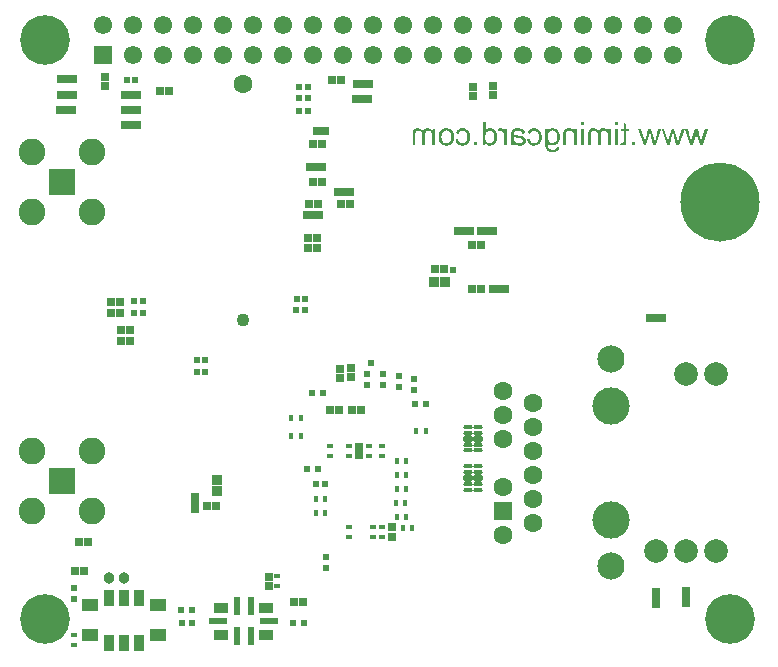
<source format=gbr>
G04*
G04 #@! TF.GenerationSoftware,Altium Limited,Altium Designer,24.1.2 (44)*
G04*
G04 Layer_Color=16711935*
%FSLAX25Y25*%
%MOIN*%
G70*
G04*
G04 #@! TF.SameCoordinates,59DD8EBB-DCD7-4209-94D2-A0ED0100978B*
G04*
G04*
G04 #@! TF.FilePolarity,Negative*
G04*
G01*
G75*
%ADD29R,0.02237X0.02254*%
%ADD30R,0.01575X0.01968*%
%ADD31R,0.02288X0.02016*%
%ADD64R,0.02769X0.02965*%
%ADD65R,0.02965X0.02769*%
%ADD67R,0.02926X0.03084*%
%ADD71R,0.06312X0.06312*%
%ADD79R,0.06102X0.06102*%
%ADD80C,0.06102*%
%ADD81C,0.06312*%
%ADD82C,0.09068*%
%ADD83C,0.07887*%
%ADD84C,0.12414*%
%ADD85C,0.08871*%
%ADD86R,0.08871X0.08871*%
%ADD87C,0.16548*%
%ADD88C,0.26391*%
%ADD89C,0.06299*%
%ADD90C,0.04331*%
%ADD91C,0.02400*%
%ADD113R,0.02200X0.05900*%
%ADD114R,0.05900X0.02200*%
%ADD115R,0.04700X0.03500*%
%ADD116R,0.01968X0.01575*%
%ADD117R,0.02254X0.02237*%
%ADD127R,0.01843X0.01860*%
%ADD132C,0.03800*%
%ADD133R,0.05721X0.04147*%
%ADD134R,0.03359X0.05721*%
%ADD135R,0.03556X0.03359*%
%ADD136R,0.02572X0.02572*%
%ADD137R,0.03162X0.03359*%
%ADD138R,0.03359X0.03162*%
%ADD139R,0.03359X0.03556*%
G04:AMPARAMS|DCode=140|XSize=15.87mil|YSize=30.24mil|CornerRadius=5.97mil|HoleSize=0mil|Usage=FLASHONLY|Rotation=90.000|XOffset=0mil|YOffset=0mil|HoleType=Round|Shape=RoundedRectangle|*
%AMROUNDEDRECTD140*
21,1,0.01587,0.01831,0,0,90.0*
21,1,0.00394,0.03024,0,0,90.0*
1,1,0.01194,0.00915,0.00197*
1,1,0.01194,0.00915,-0.00197*
1,1,0.01194,-0.00915,-0.00197*
1,1,0.01194,-0.00915,0.00197*
%
%ADD140ROUNDEDRECTD140*%
G04:AMPARAMS|DCode=141|XSize=23.75mil|YSize=30.24mil|CornerRadius=5.97mil|HoleSize=0mil|Usage=FLASHONLY|Rotation=90.000|XOffset=0mil|YOffset=0mil|HoleType=Round|Shape=RoundedRectangle|*
%AMROUNDEDRECTD141*
21,1,0.02375,0.01831,0,0,90.0*
21,1,0.01181,0.03024,0,0,90.0*
1,1,0.01194,0.00915,0.00591*
1,1,0.01194,0.00915,-0.00591*
1,1,0.01194,-0.00915,-0.00591*
1,1,0.01194,-0.00915,0.00591*
%
%ADD141ROUNDEDRECTD141*%
%ADD142R,0.02965X0.02965*%
G36*
X176684Y-218633D02*
X175740D01*
Y-217555D01*
X176684D01*
Y-218633D01*
D02*
G37*
G36*
X165341D02*
X164396D01*
Y-217555D01*
X165341D01*
Y-218633D01*
D02*
G37*
G36*
X155197Y-219555D02*
X155442Y-219600D01*
X155664Y-219666D01*
X155853Y-219733D01*
X156008Y-219800D01*
X156119Y-219866D01*
X156164Y-219889D01*
X156197Y-219911D01*
X156208Y-219922D01*
X156219D01*
X156408Y-220066D01*
X156575Y-220244D01*
X156719Y-220411D01*
X156842Y-220577D01*
X156930Y-220733D01*
X156997Y-220855D01*
X157019Y-220900D01*
X157042Y-220933D01*
X157053Y-220955D01*
Y-220966D01*
X157153Y-221222D01*
X157219Y-221477D01*
X157275Y-221722D01*
X157308Y-221944D01*
X157330Y-222144D01*
Y-222222D01*
X157342Y-222299D01*
Y-222355D01*
Y-222399D01*
Y-222422D01*
Y-222433D01*
X157330Y-222644D01*
X157319Y-222855D01*
X157241Y-223233D01*
X157197Y-223410D01*
X157141Y-223566D01*
X157086Y-223722D01*
X157030Y-223855D01*
X156975Y-223988D01*
X156919Y-224099D01*
X156864Y-224188D01*
X156819Y-224277D01*
X156775Y-224333D01*
X156742Y-224388D01*
X156730Y-224410D01*
X156719Y-224421D01*
X156597Y-224566D01*
X156464Y-224688D01*
X156319Y-224799D01*
X156175Y-224899D01*
X156019Y-224977D01*
X155875Y-225044D01*
X155731Y-225099D01*
X155586Y-225144D01*
X155453Y-225177D01*
X155331Y-225199D01*
X155219Y-225221D01*
X155120Y-225233D01*
X155042D01*
X154986Y-225244D01*
X154931D01*
X154764Y-225233D01*
X154597Y-225210D01*
X154442Y-225177D01*
X154297Y-225132D01*
X154042Y-225010D01*
X153808Y-224877D01*
X153720Y-224810D01*
X153631Y-224744D01*
X153553Y-224677D01*
X153498Y-224621D01*
X153453Y-224577D01*
X153420Y-224544D01*
X153398Y-224521D01*
X153386Y-224510D01*
Y-224677D01*
Y-224821D01*
X153398Y-224966D01*
Y-225088D01*
Y-225199D01*
X153409Y-225299D01*
Y-225388D01*
X153420Y-225466D01*
X153431Y-225577D01*
X153442Y-225666D01*
X153453Y-225710D01*
Y-225721D01*
X153509Y-225888D01*
X153586Y-226032D01*
X153664Y-226155D01*
X153742Y-226266D01*
X153820Y-226343D01*
X153886Y-226410D01*
X153931Y-226444D01*
X153942Y-226455D01*
X154086Y-226543D01*
X154253Y-226610D01*
X154420Y-226655D01*
X154575Y-226688D01*
X154731Y-226710D01*
X154842Y-226721D01*
X154953D01*
X155164Y-226710D01*
X155364Y-226677D01*
X155531Y-226632D01*
X155664Y-226577D01*
X155775Y-226532D01*
X155853Y-226488D01*
X155897Y-226455D01*
X155919Y-226444D01*
X156008Y-226366D01*
X156075Y-226266D01*
X156131Y-226166D01*
X156175Y-226066D01*
X156197Y-225966D01*
X156219Y-225888D01*
X156230Y-225844D01*
Y-225821D01*
X157153Y-225699D01*
Y-225866D01*
X157130Y-226010D01*
X157108Y-226155D01*
X157075Y-226288D01*
X156975Y-226521D01*
X156864Y-226710D01*
X156753Y-226854D01*
X156664Y-226955D01*
X156586Y-227021D01*
X156575Y-227032D01*
X156564Y-227043D01*
X156319Y-227199D01*
X156053Y-227310D01*
X155786Y-227388D01*
X155531Y-227443D01*
X155408Y-227466D01*
X155297Y-227477D01*
X155208Y-227488D01*
X155120D01*
X155053Y-227499D01*
X154953D01*
X154653Y-227488D01*
X154375Y-227443D01*
X154131Y-227399D01*
X153931Y-227332D01*
X153764Y-227277D01*
X153697Y-227255D01*
X153642Y-227221D01*
X153597Y-227210D01*
X153564Y-227188D01*
X153553Y-227177D01*
X153542D01*
X153342Y-227055D01*
X153164Y-226910D01*
X153020Y-226766D01*
X152898Y-226632D01*
X152809Y-226510D01*
X152753Y-226410D01*
X152709Y-226343D01*
X152698Y-226332D01*
Y-226321D01*
X152653Y-226210D01*
X152609Y-226088D01*
X152575Y-225955D01*
X152542Y-225810D01*
X152498Y-225499D01*
X152464Y-225199D01*
X152453Y-225055D01*
X152442Y-224921D01*
Y-224799D01*
X152431Y-224699D01*
Y-224610D01*
Y-224544D01*
Y-224499D01*
Y-224488D01*
Y-219666D01*
X153297D01*
Y-220355D01*
X153420Y-220211D01*
X153553Y-220089D01*
X153686Y-219977D01*
X153820Y-219889D01*
X153964Y-219811D01*
X154097Y-219744D01*
X154231Y-219689D01*
X154353Y-219644D01*
X154475Y-219611D01*
X154586Y-219589D01*
X154686Y-219566D01*
X154764Y-219555D01*
X154831Y-219544D01*
X154931D01*
X155197Y-219555D01*
D02*
G37*
G36*
X171973D02*
X172162Y-219589D01*
X172329Y-219622D01*
X172473Y-219666D01*
X172596Y-219722D01*
X172684Y-219755D01*
X172740Y-219789D01*
X172762Y-219800D01*
X172918Y-219900D01*
X173051Y-220011D01*
X173173Y-220122D01*
X173273Y-220233D01*
X173351Y-220322D01*
X173418Y-220400D01*
X173451Y-220444D01*
X173462Y-220466D01*
Y-219666D01*
X174306D01*
Y-225244D01*
X173362D01*
Y-222355D01*
X173351Y-222088D01*
X173340Y-221855D01*
X173318Y-221655D01*
X173284Y-221488D01*
X173251Y-221366D01*
X173229Y-221277D01*
X173218Y-221222D01*
X173207Y-221199D01*
X173140Y-221055D01*
X173062Y-220933D01*
X172984Y-220822D01*
X172907Y-220733D01*
X172829Y-220666D01*
X172773Y-220622D01*
X172729Y-220588D01*
X172718Y-220577D01*
X172584Y-220511D01*
X172462Y-220455D01*
X172329Y-220422D01*
X172218Y-220389D01*
X172129Y-220377D01*
X172051Y-220366D01*
X171985D01*
X171796Y-220377D01*
X171640Y-220411D01*
X171507Y-220466D01*
X171407Y-220522D01*
X171329Y-220588D01*
X171274Y-220633D01*
X171240Y-220677D01*
X171229Y-220689D01*
X171151Y-220822D01*
X171096Y-220966D01*
X171051Y-221122D01*
X171029Y-221277D01*
X171007Y-221411D01*
X170996Y-221533D01*
Y-221577D01*
Y-221600D01*
Y-221622D01*
Y-221633D01*
Y-225244D01*
X170051D01*
Y-222011D01*
X170029Y-221711D01*
X169985Y-221455D01*
X169929Y-221244D01*
X169851Y-221066D01*
X169785Y-220933D01*
X169718Y-220844D01*
X169674Y-220789D01*
X169662Y-220766D01*
X169507Y-220633D01*
X169340Y-220533D01*
X169174Y-220466D01*
X169018Y-220411D01*
X168885Y-220389D01*
X168774Y-220377D01*
X168729Y-220366D01*
X168674D01*
X168552Y-220377D01*
X168451Y-220389D01*
X168351Y-220411D01*
X168274Y-220444D01*
X168196Y-220477D01*
X168151Y-220500D01*
X168118Y-220511D01*
X168107Y-220522D01*
X168018Y-220588D01*
X167952Y-220655D01*
X167896Y-220722D01*
X167852Y-220789D01*
X167818Y-220844D01*
X167796Y-220888D01*
X167774Y-220922D01*
Y-220933D01*
X167740Y-221033D01*
X167718Y-221166D01*
X167707Y-221300D01*
X167696Y-221433D01*
X167685Y-221555D01*
Y-221655D01*
Y-221722D01*
Y-221733D01*
Y-221744D01*
Y-225244D01*
X166741D01*
Y-221422D01*
Y-221244D01*
X166763Y-221088D01*
X166785Y-220933D01*
X166807Y-220800D01*
X166841Y-220666D01*
X166885Y-220555D01*
X166918Y-220455D01*
X166963Y-220355D01*
X167007Y-220277D01*
X167041Y-220200D01*
X167118Y-220100D01*
X167163Y-220033D01*
X167185Y-220011D01*
X167363Y-219855D01*
X167574Y-219744D01*
X167785Y-219655D01*
X167985Y-219600D01*
X168174Y-219566D01*
X168252Y-219555D01*
X168329D01*
X168385Y-219544D01*
X168463D01*
X168663Y-219555D01*
X168840Y-219589D01*
X169018Y-219633D01*
X169185Y-219700D01*
X169340Y-219777D01*
X169485Y-219855D01*
X169607Y-219944D01*
X169729Y-220033D01*
X169840Y-220133D01*
X169929Y-220222D01*
X170007Y-220300D01*
X170074Y-220377D01*
X170129Y-220444D01*
X170162Y-220489D01*
X170185Y-220522D01*
X170196Y-220533D01*
X170262Y-220366D01*
X170351Y-220222D01*
X170451Y-220100D01*
X170540Y-220000D01*
X170629Y-219911D01*
X170696Y-219855D01*
X170740Y-219822D01*
X170762Y-219811D01*
X170918Y-219722D01*
X171085Y-219655D01*
X171251Y-219611D01*
X171418Y-219578D01*
X171551Y-219555D01*
X171673Y-219544D01*
X171773D01*
X171973Y-219555D01*
D02*
G37*
G36*
X113424Y-219555D02*
X113613Y-219589D01*
X113779Y-219622D01*
X113924Y-219666D01*
X114046Y-219722D01*
X114135Y-219755D01*
X114190Y-219789D01*
X114213Y-219800D01*
X114368Y-219900D01*
X114501Y-220011D01*
X114624Y-220122D01*
X114724Y-220233D01*
X114801Y-220322D01*
X114868Y-220400D01*
X114901Y-220444D01*
X114912Y-220466D01*
Y-219666D01*
X115757D01*
Y-225244D01*
X114812D01*
Y-222355D01*
X114801Y-222088D01*
X114790Y-221855D01*
X114768Y-221655D01*
X114735Y-221488D01*
X114701Y-221366D01*
X114679Y-221277D01*
X114668Y-221222D01*
X114657Y-221199D01*
X114590Y-221055D01*
X114513Y-220933D01*
X114435Y-220822D01*
X114357Y-220733D01*
X114279Y-220666D01*
X114224Y-220622D01*
X114179Y-220588D01*
X114168Y-220577D01*
X114035Y-220511D01*
X113912Y-220455D01*
X113779Y-220422D01*
X113668Y-220389D01*
X113579Y-220377D01*
X113502Y-220366D01*
X113435D01*
X113246Y-220377D01*
X113090Y-220411D01*
X112957Y-220466D01*
X112857Y-220522D01*
X112779Y-220588D01*
X112724Y-220633D01*
X112690Y-220677D01*
X112679Y-220689D01*
X112601Y-220822D01*
X112546Y-220966D01*
X112502Y-221122D01*
X112479Y-221277D01*
X112457Y-221411D01*
X112446Y-221533D01*
Y-221577D01*
Y-221600D01*
Y-221622D01*
Y-221633D01*
Y-225244D01*
X111502D01*
Y-222011D01*
X111479Y-221711D01*
X111435Y-221455D01*
X111379Y-221244D01*
X111302Y-221066D01*
X111235Y-220933D01*
X111168Y-220844D01*
X111124Y-220789D01*
X111113Y-220766D01*
X110957Y-220633D01*
X110791Y-220533D01*
X110624Y-220466D01*
X110468Y-220411D01*
X110335Y-220389D01*
X110224Y-220377D01*
X110180Y-220366D01*
X110124D01*
X110002Y-220377D01*
X109902Y-220389D01*
X109802Y-220411D01*
X109724Y-220444D01*
X109646Y-220477D01*
X109602Y-220500D01*
X109569Y-220511D01*
X109557Y-220522D01*
X109468Y-220588D01*
X109402Y-220655D01*
X109346Y-220722D01*
X109302Y-220789D01*
X109269Y-220844D01*
X109246Y-220888D01*
X109224Y-220922D01*
Y-220933D01*
X109191Y-221033D01*
X109169Y-221166D01*
X109157Y-221300D01*
X109146Y-221433D01*
X109135Y-221555D01*
Y-221655D01*
Y-221722D01*
Y-221733D01*
Y-221744D01*
Y-225244D01*
X108191D01*
Y-221422D01*
Y-221244D01*
X108213Y-221089D01*
X108235Y-220933D01*
X108257Y-220800D01*
X108291Y-220666D01*
X108335Y-220555D01*
X108369Y-220455D01*
X108413Y-220355D01*
X108458Y-220277D01*
X108491Y-220200D01*
X108569Y-220100D01*
X108613Y-220033D01*
X108635Y-220011D01*
X108813Y-219855D01*
X109024Y-219744D01*
X109235Y-219655D01*
X109435Y-219600D01*
X109624Y-219566D01*
X109702Y-219555D01*
X109780D01*
X109835Y-219544D01*
X109913D01*
X110113Y-219555D01*
X110291Y-219589D01*
X110468Y-219633D01*
X110635Y-219700D01*
X110791Y-219777D01*
X110935Y-219855D01*
X111057Y-219944D01*
X111179Y-220033D01*
X111291Y-220133D01*
X111379Y-220222D01*
X111457Y-220300D01*
X111524Y-220377D01*
X111579Y-220444D01*
X111613Y-220489D01*
X111635Y-220522D01*
X111646Y-220533D01*
X111713Y-220366D01*
X111802Y-220222D01*
X111902Y-220100D01*
X111990Y-220000D01*
X112079Y-219911D01*
X112146Y-219855D01*
X112190Y-219822D01*
X112213Y-219811D01*
X112368Y-219722D01*
X112535Y-219655D01*
X112701Y-219611D01*
X112868Y-219578D01*
X113002Y-219555D01*
X113124Y-219544D01*
X113224D01*
X113424Y-219555D01*
D02*
G37*
G36*
X143532Y-219555D02*
X143765Y-219578D01*
X143987Y-219611D01*
X144165Y-219644D01*
X144321Y-219677D01*
X144432Y-219711D01*
X144476Y-219722D01*
X144509Y-219733D01*
X144521Y-219744D01*
X144532D01*
X144721Y-219822D01*
X144887Y-219922D01*
X145032Y-220011D01*
X145154Y-220100D01*
X145243Y-220188D01*
X145309Y-220255D01*
X145354Y-220300D01*
X145365Y-220311D01*
X145465Y-220455D01*
X145554Y-220611D01*
X145621Y-220766D01*
X145676Y-220911D01*
X145721Y-221055D01*
X145754Y-221155D01*
X145765Y-221199D01*
Y-221233D01*
X145776Y-221244D01*
Y-221255D01*
X144854Y-221377D01*
X144787Y-221177D01*
X144721Y-221000D01*
X144643Y-220855D01*
X144576Y-220744D01*
X144509Y-220655D01*
X144454Y-220600D01*
X144410Y-220566D01*
X144398Y-220555D01*
X144265Y-220477D01*
X144109Y-220422D01*
X143943Y-220377D01*
X143787Y-220355D01*
X143632Y-220333D01*
X143521Y-220322D01*
X143410D01*
X143154Y-220333D01*
X142932Y-220366D01*
X142754Y-220422D01*
X142599Y-220477D01*
X142487Y-220544D01*
X142399Y-220588D01*
X142343Y-220633D01*
X142332Y-220644D01*
X142243Y-220744D01*
X142176Y-220866D01*
X142121Y-221000D01*
X142087Y-221133D01*
X142065Y-221255D01*
X142054Y-221366D01*
Y-221433D01*
Y-221444D01*
Y-221455D01*
Y-221477D01*
Y-221522D01*
Y-221600D01*
X142065Y-221666D01*
Y-221688D01*
Y-221700D01*
X142176Y-221733D01*
X142299Y-221766D01*
X142554Y-221833D01*
X142843Y-221888D01*
X143110Y-221944D01*
X143243Y-221966D01*
X143365Y-221977D01*
X143476Y-222000D01*
X143565Y-222011D01*
X143643Y-222022D01*
X143698D01*
X143743Y-222033D01*
X143754D01*
X143954Y-222055D01*
X144121Y-222088D01*
X144265Y-222111D01*
X144376Y-222133D01*
X144465Y-222144D01*
X144532Y-222166D01*
X144576Y-222177D01*
X144587D01*
X144732Y-222222D01*
X144854Y-222266D01*
X144976Y-222322D01*
X145076Y-222366D01*
X145165Y-222410D01*
X145220Y-222455D01*
X145265Y-222477D01*
X145276Y-222488D01*
X145387Y-222566D01*
X145476Y-222655D01*
X145565Y-222744D01*
X145632Y-222833D01*
X145687Y-222910D01*
X145732Y-222977D01*
X145754Y-223022D01*
X145765Y-223033D01*
X145820Y-223155D01*
X145865Y-223288D01*
X145898Y-223410D01*
X145920Y-223533D01*
X145931Y-223633D01*
X145943Y-223710D01*
Y-223755D01*
Y-223777D01*
X145931Y-223910D01*
X145920Y-224022D01*
X145865Y-224255D01*
X145787Y-224444D01*
X145698Y-224610D01*
X145609Y-224744D01*
X145532Y-224844D01*
X145476Y-224899D01*
X145454Y-224921D01*
X145254Y-225066D01*
X145032Y-225177D01*
X144787Y-225255D01*
X144565Y-225310D01*
X144365Y-225344D01*
X144276Y-225355D01*
X144198D01*
X144132Y-225366D01*
X144043D01*
X143843Y-225355D01*
X143643Y-225332D01*
X143465Y-225310D01*
X143310Y-225277D01*
X143187Y-225244D01*
X143087Y-225210D01*
X143021Y-225199D01*
X142999Y-225188D01*
X142810Y-225110D01*
X142632Y-225010D01*
X142465Y-224899D01*
X142299Y-224799D01*
X142165Y-224699D01*
X142065Y-224621D01*
X141999Y-224566D01*
X141988Y-224544D01*
X141976D01*
X141954Y-224688D01*
X141932Y-224821D01*
X141910Y-224944D01*
X141876Y-225044D01*
X141843Y-225132D01*
X141821Y-225188D01*
X141810Y-225233D01*
X141799Y-225244D01*
X140810D01*
X140865Y-225121D01*
X140921Y-224999D01*
X140965Y-224888D01*
X140988Y-224788D01*
X141021Y-224699D01*
X141032Y-224633D01*
X141043Y-224588D01*
Y-224577D01*
X141054Y-224499D01*
X141065Y-224399D01*
Y-224288D01*
X141077Y-224166D01*
X141088Y-223888D01*
Y-223610D01*
X141099Y-223344D01*
Y-223222D01*
Y-223122D01*
Y-223033D01*
Y-222966D01*
Y-222922D01*
Y-222910D01*
Y-221644D01*
Y-221433D01*
X141110Y-221244D01*
X141121Y-221099D01*
Y-220977D01*
X141132Y-220888D01*
X141143Y-220822D01*
X141154Y-220789D01*
Y-220777D01*
X141188Y-220633D01*
X141232Y-220511D01*
X141277Y-220411D01*
X141332Y-220311D01*
X141376Y-220244D01*
X141410Y-220188D01*
X141432Y-220155D01*
X141443Y-220144D01*
X141532Y-220055D01*
X141632Y-219966D01*
X141743Y-219900D01*
X141854Y-219833D01*
X141954Y-219789D01*
X142032Y-219755D01*
X142087Y-219733D01*
X142110Y-219722D01*
X142288Y-219666D01*
X142476Y-219622D01*
X142665Y-219589D01*
X142854Y-219566D01*
X143021Y-219555D01*
X143143Y-219544D01*
X143265D01*
X143532Y-219555D01*
D02*
G37*
G36*
X204926Y-225244D02*
X203926D01*
X202804Y-220955D01*
X202581Y-221911D01*
X201693Y-225244D01*
X200726D01*
X198971Y-219666D01*
X199893D01*
X200848Y-222899D01*
X201170Y-223977D01*
X201448Y-222910D01*
X202281Y-219666D01*
X203248D01*
X204137Y-222944D01*
X204181Y-223133D01*
X204226Y-223299D01*
X204259Y-223444D01*
X204292Y-223566D01*
X204326Y-223677D01*
X204348Y-223766D01*
X204370Y-223844D01*
X204381Y-223910D01*
X204392Y-223966D01*
X204403Y-223999D01*
X204415Y-224055D01*
X204426Y-224077D01*
Y-224088D01*
X204737Y-222888D01*
X205626Y-219666D01*
X206614D01*
X204926Y-225244D01*
D02*
G37*
G36*
X197171D02*
X196171D01*
X195049Y-220955D01*
X194827Y-221911D01*
X193938Y-225244D01*
X192971D01*
X191216Y-219666D01*
X192138D01*
X193094Y-222899D01*
X193416Y-223977D01*
X193693Y-222910D01*
X194527Y-219666D01*
X195493D01*
X196382Y-222944D01*
X196426Y-223133D01*
X196471Y-223299D01*
X196504Y-223444D01*
X196538Y-223566D01*
X196571Y-223677D01*
X196593Y-223766D01*
X196615Y-223844D01*
X196626Y-223910D01*
X196638Y-223966D01*
X196649Y-223999D01*
X196660Y-224055D01*
X196671Y-224077D01*
Y-224088D01*
X196982Y-222888D01*
X197871Y-219666D01*
X198860D01*
X197171Y-225244D01*
D02*
G37*
G36*
X189416D02*
X188416D01*
X187294Y-220955D01*
X187072Y-221911D01*
X186183Y-225244D01*
X185216D01*
X183461Y-219666D01*
X184383D01*
X185339Y-222899D01*
X185661Y-223977D01*
X185939Y-222910D01*
X186772Y-219666D01*
X187739D01*
X188627Y-222944D01*
X188672Y-223133D01*
X188716Y-223299D01*
X188750Y-223444D01*
X188783Y-223566D01*
X188816Y-223677D01*
X188838Y-223766D01*
X188861Y-223844D01*
X188872Y-223910D01*
X188883Y-223966D01*
X188894Y-223999D01*
X188905Y-224055D01*
X188916Y-224077D01*
Y-224088D01*
X189227Y-222888D01*
X190116Y-219666D01*
X191105D01*
X189416Y-225244D01*
D02*
G37*
G36*
X179517Y-218289D02*
Y-219666D01*
X180217D01*
Y-220400D01*
X179517D01*
Y-223622D01*
Y-223777D01*
Y-223910D01*
X179506Y-224033D01*
X179495Y-224155D01*
Y-224255D01*
X179484Y-224344D01*
X179462Y-224488D01*
X179439Y-224599D01*
X179428Y-224677D01*
X179406Y-224721D01*
Y-224732D01*
X179361Y-224833D01*
X179295Y-224910D01*
X179228Y-224988D01*
X179173Y-225044D01*
X179106Y-225099D01*
X179062Y-225132D01*
X179028Y-225155D01*
X179017Y-225166D01*
X178895Y-225221D01*
X178773Y-225255D01*
X178639Y-225288D01*
X178506Y-225299D01*
X178395Y-225310D01*
X178306Y-225321D01*
X178217D01*
X177973Y-225310D01*
X177851Y-225299D01*
X177740Y-225277D01*
X177639Y-225266D01*
X177562Y-225255D01*
X177517Y-225244D01*
X177495D01*
X177617Y-224410D01*
X177706Y-224421D01*
X177795Y-224432D01*
X177873D01*
X177928Y-224444D01*
X178040Y-224444D01*
X178184Y-224432D01*
X178284Y-224410D01*
X178339Y-224388D01*
X178362Y-224377D01*
X178439Y-224321D01*
X178484Y-224266D01*
X178517Y-224221D01*
X178528Y-224199D01*
X178539Y-224144D01*
X178551Y-224066D01*
X178562Y-223888D01*
X178573Y-223810D01*
Y-223744D01*
Y-223699D01*
Y-223677D01*
Y-220400D01*
X177617Y-220400D01*
Y-219666D01*
X178573Y-219666D01*
Y-217722D01*
X179517Y-218289D01*
D02*
G37*
G36*
X149009Y-219555D02*
X149253Y-219600D01*
X149487Y-219655D01*
X149676Y-219711D01*
X149842Y-219777D01*
X149909Y-219811D01*
X149964Y-219833D01*
X150009Y-219855D01*
X150042Y-219877D01*
X150065Y-219889D01*
X150076D01*
X150287Y-220022D01*
X150476Y-220188D01*
X150631Y-220355D01*
X150764Y-220522D01*
X150864Y-220666D01*
X150931Y-220789D01*
X150953Y-220833D01*
X150976Y-220866D01*
X150987Y-220888D01*
Y-220900D01*
X151087Y-221166D01*
X151153Y-221433D01*
X151209Y-221700D01*
X151242Y-221944D01*
X151253Y-222055D01*
X151264Y-222155D01*
Y-222244D01*
X151276Y-222322D01*
Y-222388D01*
Y-222433D01*
Y-222466D01*
Y-222477D01*
X151264Y-222733D01*
X151242Y-222966D01*
X151209Y-223199D01*
X151164Y-223399D01*
X151120Y-223599D01*
X151053Y-223766D01*
X150998Y-223933D01*
X150931Y-224077D01*
X150864Y-224199D01*
X150809Y-224310D01*
X150742Y-224410D01*
X150698Y-224488D01*
X150653Y-224544D01*
X150620Y-224588D01*
X150598Y-224610D01*
X150587Y-224621D01*
X150453Y-224755D01*
X150309Y-224866D01*
X150164Y-224966D01*
X150009Y-225055D01*
X149853Y-225121D01*
X149709Y-225188D01*
X149409Y-225277D01*
X149276Y-225299D01*
X149153Y-225321D01*
X149042Y-225344D01*
X148942Y-225355D01*
X148865Y-225366D01*
X148753D01*
X148587Y-225355D01*
X148420Y-225344D01*
X148131Y-225277D01*
X147865Y-225199D01*
X147643Y-225099D01*
X147554Y-225044D01*
X147465Y-224999D01*
X147387Y-224955D01*
X147331Y-224910D01*
X147287Y-224877D01*
X147254Y-224855D01*
X147231Y-224844D01*
X147220Y-224833D01*
X147109Y-224721D01*
X147009Y-224610D01*
X146832Y-224366D01*
X146687Y-224110D01*
X146587Y-223877D01*
X146509Y-223655D01*
X146487Y-223566D01*
X146465Y-223477D01*
X146454Y-223410D01*
X146443Y-223366D01*
X146432Y-223333D01*
Y-223322D01*
X147365Y-223199D01*
X147409Y-223444D01*
X147476Y-223666D01*
X147565Y-223844D01*
X147643Y-223988D01*
X147720Y-224110D01*
X147787Y-224188D01*
X147820Y-224244D01*
X147843Y-224255D01*
X147987Y-224366D01*
X148142Y-224444D01*
X148298Y-224510D01*
X148442Y-224544D01*
X148565Y-224566D01*
X148676Y-224577D01*
X148742Y-224588D01*
X148765D01*
X148887Y-224577D01*
X149009Y-224566D01*
X149231Y-224510D01*
X149420Y-224432D01*
X149587Y-224333D01*
X149709Y-224244D01*
X149809Y-224166D01*
X149864Y-224110D01*
X149887Y-224088D01*
X149964Y-223988D01*
X150031Y-223866D01*
X150131Y-223622D01*
X150209Y-223344D01*
X150253Y-223077D01*
X150287Y-222833D01*
X150298Y-222733D01*
Y-222633D01*
X150309Y-222566D01*
Y-222499D01*
Y-222466D01*
Y-222455D01*
Y-222255D01*
X150287Y-222066D01*
X150265Y-221888D01*
X150242Y-221733D01*
X150209Y-221588D01*
X150164Y-221455D01*
X150131Y-221333D01*
X150087Y-221222D01*
X150042Y-221133D01*
X150009Y-221055D01*
X149964Y-220988D01*
X149931Y-220933D01*
X149909Y-220888D01*
X149887Y-220855D01*
X149864Y-220844D01*
Y-220833D01*
X149776Y-220744D01*
X149687Y-220666D01*
X149498Y-220533D01*
X149298Y-220444D01*
X149120Y-220389D01*
X148953Y-220344D01*
X148831Y-220333D01*
X148776Y-220322D01*
X148709D01*
X148542Y-220333D01*
X148387Y-220366D01*
X148254Y-220411D01*
X148131Y-220466D01*
X148043Y-220522D01*
X147965Y-220566D01*
X147920Y-220600D01*
X147909Y-220611D01*
X147798Y-220722D01*
X147698Y-220855D01*
X147609Y-221000D01*
X147554Y-221133D01*
X147498Y-221255D01*
X147465Y-221355D01*
X147454Y-221422D01*
X147442Y-221433D01*
Y-221444D01*
X146520Y-221300D01*
X146598Y-221000D01*
X146709Y-220744D01*
X146832Y-220522D01*
X146954Y-220344D01*
X147076Y-220200D01*
X147176Y-220100D01*
X147242Y-220033D01*
X147254Y-220011D01*
X147265D01*
X147498Y-219855D01*
X147742Y-219744D01*
X147987Y-219655D01*
X148220Y-219600D01*
X148431Y-219566D01*
X148520Y-219555D01*
X148587D01*
X148653Y-219544D01*
X148742D01*
X149009Y-219555D01*
D02*
G37*
G36*
X125111D02*
X125356Y-219600D01*
X125589Y-219655D01*
X125778Y-219711D01*
X125945Y-219777D01*
X126011Y-219811D01*
X126067Y-219833D01*
X126111Y-219855D01*
X126145Y-219877D01*
X126167Y-219889D01*
X126178D01*
X126389Y-220022D01*
X126578Y-220188D01*
X126734Y-220355D01*
X126867Y-220522D01*
X126967Y-220666D01*
X127033Y-220789D01*
X127056Y-220833D01*
X127078Y-220866D01*
X127089Y-220888D01*
Y-220900D01*
X127189Y-221166D01*
X127256Y-221433D01*
X127311Y-221700D01*
X127345Y-221944D01*
X127356Y-222055D01*
X127367Y-222155D01*
Y-222244D01*
X127378Y-222322D01*
Y-222388D01*
Y-222433D01*
Y-222466D01*
Y-222477D01*
X127367Y-222733D01*
X127345Y-222966D01*
X127311Y-223199D01*
X127267Y-223399D01*
X127222Y-223599D01*
X127156Y-223766D01*
X127100Y-223933D01*
X127033Y-224077D01*
X126967Y-224199D01*
X126911Y-224310D01*
X126845Y-224410D01*
X126800Y-224488D01*
X126756Y-224544D01*
X126722Y-224588D01*
X126700Y-224610D01*
X126689Y-224621D01*
X126556Y-224755D01*
X126411Y-224866D01*
X126267Y-224966D01*
X126111Y-225055D01*
X125956Y-225121D01*
X125811Y-225188D01*
X125511Y-225277D01*
X125378Y-225299D01*
X125256Y-225321D01*
X125145Y-225344D01*
X125045Y-225355D01*
X124967Y-225366D01*
X124856D01*
X124689Y-225355D01*
X124523Y-225344D01*
X124234Y-225277D01*
X123967Y-225199D01*
X123745Y-225099D01*
X123656Y-225044D01*
X123567Y-224999D01*
X123489Y-224955D01*
X123434Y-224910D01*
X123389Y-224877D01*
X123356Y-224855D01*
X123334Y-224844D01*
X123323Y-224833D01*
X123212Y-224721D01*
X123112Y-224610D01*
X122934Y-224366D01*
X122789Y-224110D01*
X122689Y-223877D01*
X122612Y-223655D01*
X122589Y-223566D01*
X122567Y-223477D01*
X122556Y-223410D01*
X122545Y-223366D01*
X122534Y-223333D01*
Y-223322D01*
X123467Y-223199D01*
X123512Y-223444D01*
X123578Y-223666D01*
X123667Y-223844D01*
X123745Y-223988D01*
X123823Y-224110D01*
X123889Y-224188D01*
X123923Y-224244D01*
X123945Y-224255D01*
X124089Y-224366D01*
X124245Y-224444D01*
X124400Y-224510D01*
X124545Y-224544D01*
X124667Y-224566D01*
X124778Y-224577D01*
X124845Y-224588D01*
X124867D01*
X124989Y-224577D01*
X125111Y-224566D01*
X125334Y-224510D01*
X125522Y-224432D01*
X125689Y-224333D01*
X125811Y-224244D01*
X125911Y-224166D01*
X125967Y-224110D01*
X125989Y-224088D01*
X126067Y-223988D01*
X126134Y-223866D01*
X126233Y-223622D01*
X126311Y-223344D01*
X126356Y-223077D01*
X126389Y-222833D01*
X126400Y-222733D01*
Y-222633D01*
X126411Y-222566D01*
Y-222499D01*
Y-222466D01*
Y-222455D01*
Y-222255D01*
X126389Y-222066D01*
X126367Y-221888D01*
X126345Y-221733D01*
X126311Y-221588D01*
X126267Y-221455D01*
X126233Y-221333D01*
X126189Y-221222D01*
X126145Y-221133D01*
X126111Y-221055D01*
X126067Y-220988D01*
X126033Y-220933D01*
X126011Y-220888D01*
X125989Y-220855D01*
X125967Y-220844D01*
Y-220833D01*
X125878Y-220744D01*
X125789Y-220666D01*
X125600Y-220533D01*
X125400Y-220444D01*
X125223Y-220389D01*
X125056Y-220344D01*
X124934Y-220333D01*
X124878Y-220322D01*
X124811D01*
X124645Y-220333D01*
X124489Y-220366D01*
X124356Y-220411D01*
X124234Y-220466D01*
X124145Y-220522D01*
X124067Y-220566D01*
X124023Y-220600D01*
X124012Y-220611D01*
X123900Y-220722D01*
X123800Y-220855D01*
X123712Y-221000D01*
X123656Y-221133D01*
X123600Y-221255D01*
X123567Y-221355D01*
X123556Y-221422D01*
X123545Y-221433D01*
Y-221444D01*
X122623Y-221300D01*
X122701Y-221000D01*
X122812Y-220744D01*
X122934Y-220522D01*
X123056Y-220344D01*
X123178Y-220200D01*
X123278Y-220100D01*
X123345Y-220033D01*
X123356Y-220011D01*
X123367D01*
X123600Y-219855D01*
X123845Y-219744D01*
X124089Y-219655D01*
X124323Y-219600D01*
X124534Y-219566D01*
X124623Y-219555D01*
X124689D01*
X124756Y-219544D01*
X124845D01*
X125111Y-219555D01*
D02*
G37*
G36*
X182395Y-225244D02*
X181317D01*
Y-224166D01*
X182395D01*
Y-225244D01*
D02*
G37*
G36*
X176684Y-225244D02*
X175740D01*
Y-219666D01*
X176684D01*
Y-225244D01*
D02*
G37*
G36*
X165341D02*
X164396D01*
Y-219666D01*
X165341D01*
Y-225244D01*
D02*
G37*
G36*
X160552Y-219555D02*
X160752Y-219589D01*
X160930Y-219633D01*
X161108Y-219689D01*
X161263Y-219755D01*
X161408Y-219833D01*
X161541Y-219922D01*
X161652Y-220000D01*
X161763Y-220089D01*
X161852Y-220177D01*
X161930Y-220255D01*
X161997Y-220322D01*
X162041Y-220377D01*
X162074Y-220422D01*
X162097Y-220455D01*
X162108Y-220466D01*
Y-219666D01*
X162952D01*
Y-225244D01*
X162008D01*
Y-222211D01*
Y-222022D01*
X161986Y-221833D01*
X161963Y-221677D01*
X161941Y-221533D01*
X161908Y-221399D01*
X161874Y-221277D01*
X161830Y-221166D01*
X161785Y-221077D01*
X161752Y-221000D01*
X161708Y-220933D01*
X161674Y-220877D01*
X161641Y-220833D01*
X161597Y-220777D01*
X161574Y-220755D01*
X161408Y-220622D01*
X161230Y-220533D01*
X161052Y-220466D01*
X160897Y-220411D01*
X160752Y-220389D01*
X160641Y-220377D01*
X160597Y-220366D01*
X160541D01*
X160408Y-220377D01*
X160275Y-220389D01*
X160163Y-220422D01*
X160075Y-220455D01*
X159997Y-220489D01*
X159930Y-220511D01*
X159897Y-220533D01*
X159886Y-220544D01*
X159786Y-220611D01*
X159697Y-220689D01*
X159630Y-220766D01*
X159575Y-220833D01*
X159541Y-220900D01*
X159508Y-220955D01*
X159486Y-220988D01*
Y-221000D01*
X159452Y-221122D01*
X159419Y-221255D01*
X159397Y-221399D01*
X159386Y-221544D01*
X159375Y-221666D01*
Y-221766D01*
Y-221844D01*
Y-221855D01*
Y-221866D01*
Y-225244D01*
X158430D01*
Y-221822D01*
Y-221588D01*
X158441Y-221399D01*
X158452Y-221244D01*
Y-221111D01*
X158464Y-221022D01*
X158475Y-220955D01*
X158486Y-220911D01*
Y-220900D01*
X158519Y-220755D01*
X158575Y-220622D01*
X158619Y-220511D01*
X158664Y-220400D01*
X158719Y-220322D01*
X158753Y-220266D01*
X158775Y-220222D01*
X158786Y-220211D01*
X158875Y-220100D01*
X158975Y-220011D01*
X159075Y-219922D01*
X159186Y-219855D01*
X159275Y-219800D01*
X159352Y-219766D01*
X159397Y-219744D01*
X159419Y-219733D01*
X159575Y-219666D01*
X159741Y-219622D01*
X159897Y-219589D01*
X160041Y-219566D01*
X160163Y-219555D01*
X160252Y-219544D01*
X160341D01*
X160552Y-219555D01*
D02*
G37*
G36*
X137721D02*
X137832Y-219578D01*
X137943Y-219611D01*
X138032Y-219644D01*
X138099Y-219677D01*
X138166Y-219711D01*
X138199Y-219733D01*
X138210Y-219744D01*
X138310Y-219833D01*
X138410Y-219944D01*
X138510Y-220077D01*
X138599Y-220200D01*
X138688Y-220322D01*
X138743Y-220422D01*
X138788Y-220500D01*
X138799Y-220511D01*
Y-219666D01*
X139654D01*
Y-225244D01*
X138710D01*
Y-222333D01*
X138699Y-222111D01*
X138688Y-221911D01*
X138666Y-221722D01*
X138632Y-221555D01*
X138599Y-221422D01*
X138577Y-221322D01*
X138566Y-221255D01*
X138555Y-221233D01*
X138510Y-221111D01*
X138454Y-221011D01*
X138399Y-220922D01*
X138343Y-220844D01*
X138288Y-220789D01*
X138254Y-220744D01*
X138221Y-220722D01*
X138210Y-220711D01*
X138121Y-220644D01*
X138021Y-220600D01*
X137921Y-220566D01*
X137844Y-220544D01*
X137766Y-220533D01*
X137710Y-220522D01*
X137655D01*
X137532Y-220533D01*
X137410Y-220555D01*
X137288Y-220588D01*
X137188Y-220622D01*
X137099Y-220655D01*
X137032Y-220689D01*
X136988Y-220711D01*
X136977Y-220722D01*
X136633Y-219855D01*
X136821Y-219755D01*
X136999Y-219677D01*
X137155Y-219622D01*
X137299Y-219578D01*
X137421Y-219555D01*
X137521Y-219544D01*
X137599D01*
X137721Y-219555D01*
D02*
G37*
G36*
X129822Y-225244D02*
X128744D01*
Y-224166D01*
X129822D01*
Y-225244D01*
D02*
G37*
G36*
X132533Y-220311D02*
X132633Y-220188D01*
X132744Y-220089D01*
X132844Y-219988D01*
X132955Y-219911D01*
X133044Y-219855D01*
X133111Y-219800D01*
X133155Y-219777D01*
X133177Y-219766D01*
X133322Y-219689D01*
X133477Y-219633D01*
X133633Y-219600D01*
X133777Y-219566D01*
X133899Y-219555D01*
X133988Y-219544D01*
X134077D01*
X134322Y-219555D01*
X134555Y-219600D01*
X134766Y-219655D01*
X134944Y-219722D01*
X135099Y-219800D01*
X135210Y-219855D01*
X135255Y-219877D01*
X135288Y-219900D01*
X135299Y-219911D01*
X135310D01*
X135510Y-220055D01*
X135677Y-220233D01*
X135821Y-220400D01*
X135933Y-220566D01*
X136021Y-220722D01*
X136088Y-220844D01*
X136110Y-220888D01*
X136133Y-220922D01*
X136144Y-220944D01*
Y-220955D01*
X136232Y-221211D01*
X136299Y-221477D01*
X136355Y-221733D01*
X136388Y-221966D01*
X136410Y-222166D01*
Y-222255D01*
X136421Y-222322D01*
Y-222388D01*
Y-222433D01*
Y-222455D01*
Y-222466D01*
X136410Y-222777D01*
X136377Y-223066D01*
X136321Y-223322D01*
X136266Y-223544D01*
X136244Y-223644D01*
X136221Y-223722D01*
X136188Y-223799D01*
X136166Y-223866D01*
X136144Y-223910D01*
X136133Y-223944D01*
X136121Y-223966D01*
Y-223977D01*
X135999Y-224210D01*
X135855Y-224410D01*
X135710Y-224588D01*
X135566Y-224732D01*
X135444Y-224844D01*
X135344Y-224933D01*
X135277Y-224977D01*
X135266Y-224999D01*
X135255D01*
X135044Y-225121D01*
X134833Y-225210D01*
X134622Y-225277D01*
X134433Y-225321D01*
X134277Y-225344D01*
X134144Y-225355D01*
X134099Y-225366D01*
X134033D01*
X133844Y-225355D01*
X133666Y-225332D01*
X133500Y-225288D01*
X133355Y-225233D01*
X133211Y-225177D01*
X133077Y-225110D01*
X132966Y-225032D01*
X132866Y-224955D01*
X132766Y-224877D01*
X132688Y-224799D01*
X132622Y-224732D01*
X132566Y-224677D01*
X132522Y-224621D01*
X132488Y-224577D01*
X132477Y-224555D01*
X132466Y-224544D01*
Y-225244D01*
X131588D01*
Y-217555D01*
X132533D01*
Y-220311D01*
D02*
G37*
G36*
X119656Y-219555D02*
X119834Y-219566D01*
X120179Y-219644D01*
X120478Y-219744D01*
X120612Y-219800D01*
X120734Y-219855D01*
X120845Y-219911D01*
X120934Y-219966D01*
X121023Y-220022D01*
X121090Y-220066D01*
X121145Y-220111D01*
X121190Y-220144D01*
X121212Y-220155D01*
X121223Y-220166D01*
X121378Y-220311D01*
X121501Y-220477D01*
X121623Y-220655D01*
X121712Y-220833D01*
X121801Y-221022D01*
X121867Y-221222D01*
X121923Y-221411D01*
X121967Y-221588D01*
X122012Y-221766D01*
X122034Y-221922D01*
X122056Y-222077D01*
X122067Y-222199D01*
Y-222310D01*
X122078Y-222388D01*
Y-222433D01*
Y-222455D01*
X122067Y-222710D01*
X122045Y-222955D01*
X122012Y-223177D01*
X121967Y-223388D01*
X121912Y-223577D01*
X121856Y-223755D01*
X121790Y-223921D01*
X121723Y-224066D01*
X121656Y-224199D01*
X121590Y-224310D01*
X121534Y-224399D01*
X121478Y-224477D01*
X121434Y-224544D01*
X121401Y-224588D01*
X121378Y-224610D01*
X121367Y-224621D01*
X121223Y-224755D01*
X121079Y-224866D01*
X120923Y-224966D01*
X120767Y-225055D01*
X120612Y-225121D01*
X120445Y-225188D01*
X120145Y-225277D01*
X120012Y-225299D01*
X119879Y-225321D01*
X119767Y-225344D01*
X119667Y-225355D01*
X119579Y-225366D01*
X119467D01*
X119201Y-225355D01*
X118956Y-225310D01*
X118723Y-225255D01*
X118534Y-225199D01*
X118368Y-225132D01*
X118301Y-225110D01*
X118245Y-225088D01*
X118190Y-225066D01*
X118157Y-225044D01*
X118145Y-225032D01*
X118134D01*
X117912Y-224888D01*
X117723Y-224732D01*
X117557Y-224577D01*
X117423Y-224422D01*
X117323Y-224288D01*
X117245Y-224177D01*
X117223Y-224133D01*
X117201Y-224099D01*
X117190Y-224088D01*
Y-224077D01*
X117079Y-223821D01*
X117001Y-223544D01*
X116934Y-223266D01*
X116901Y-222988D01*
X116879Y-222866D01*
Y-222755D01*
X116868Y-222644D01*
X116857Y-222555D01*
Y-222477D01*
Y-222422D01*
Y-222388D01*
Y-222377D01*
X116868Y-222133D01*
X116890Y-221911D01*
X116923Y-221700D01*
X116968Y-221499D01*
X117023Y-221311D01*
X117090Y-221144D01*
X117157Y-220977D01*
X117223Y-220844D01*
X117290Y-220722D01*
X117357Y-220611D01*
X117423Y-220511D01*
X117479Y-220433D01*
X117523Y-220377D01*
X117557Y-220333D01*
X117579Y-220311D01*
X117590Y-220300D01*
X117734Y-220166D01*
X117879Y-220055D01*
X118034Y-219944D01*
X118190Y-219866D01*
X118345Y-219789D01*
X118501Y-219733D01*
X118801Y-219633D01*
X118945Y-219611D01*
X119068Y-219589D01*
X119179Y-219566D01*
X119279Y-219555D01*
X119356Y-219544D01*
X119467D01*
X119656Y-219555D01*
D02*
G37*
%LPC*%
G36*
X154920Y-220322D02*
X154742D01*
X154631Y-220344D01*
X154420Y-220400D01*
X154231Y-220489D01*
X154075Y-220577D01*
X153942Y-220677D01*
X153842Y-220766D01*
X153786Y-220822D01*
X153764Y-220833D01*
Y-220844D01*
X153686Y-220944D01*
X153609Y-221055D01*
X153498Y-221311D01*
X153420Y-221566D01*
X153364Y-221822D01*
X153331Y-222044D01*
X153320Y-222144D01*
Y-222233D01*
X153309Y-222299D01*
Y-222355D01*
Y-222388D01*
Y-222399D01*
Y-222588D01*
X153331Y-222777D01*
X153353Y-222944D01*
X153375Y-223088D01*
X153409Y-223233D01*
X153453Y-223366D01*
X153486Y-223477D01*
X153531Y-223577D01*
X153575Y-223677D01*
X153609Y-223755D01*
X153653Y-223821D01*
X153686Y-223866D01*
X153709Y-223910D01*
X153731Y-223944D01*
X153753Y-223955D01*
Y-223966D01*
X153842Y-224055D01*
X153931Y-224133D01*
X154109Y-224255D01*
X154297Y-224344D01*
X154464Y-224399D01*
X154620Y-224444D01*
X154742Y-224455D01*
X154786Y-224466D01*
X154853D01*
X154975Y-224455D01*
X155086Y-224444D01*
X155297Y-224388D01*
X155486Y-224310D01*
X155642Y-224210D01*
X155775Y-224121D01*
X155864Y-224044D01*
X155919Y-223988D01*
X155942Y-223966D01*
X156019Y-223866D01*
X156086Y-223755D01*
X156197Y-223499D01*
X156264Y-223244D01*
X156319Y-222977D01*
X156353Y-222744D01*
X156364Y-222633D01*
Y-222544D01*
X156375Y-222466D01*
Y-222410D01*
Y-222377D01*
Y-222366D01*
Y-222177D01*
X156353Y-222011D01*
X156331Y-221855D01*
X156308Y-221700D01*
X156275Y-221566D01*
X156242Y-221444D01*
X156197Y-221322D01*
X156153Y-221222D01*
X156119Y-221133D01*
X156075Y-221055D01*
X156042Y-220988D01*
X156008Y-220944D01*
X155986Y-220900D01*
X155964Y-220866D01*
X155942Y-220855D01*
Y-220844D01*
X155853Y-220755D01*
X155764Y-220666D01*
X155586Y-220544D01*
X155408Y-220444D01*
X155231Y-220389D01*
X155086Y-220344D01*
X154964Y-220333D01*
X154920Y-220322D01*
D02*
G37*
G36*
X142065Y-222444D02*
X142054D01*
X142065Y-222799D01*
X142076Y-223022D01*
X142087Y-223210D01*
X142110Y-223366D01*
X142143Y-223499D01*
X142176Y-223599D01*
X142199Y-223677D01*
X142210Y-223722D01*
X142221Y-223733D01*
X142310Y-223877D01*
X142399Y-224010D01*
X142510Y-224121D01*
X142610Y-224210D01*
X142699Y-224288D01*
X142776Y-224344D01*
X142821Y-224377D01*
X142843Y-224388D01*
X143010Y-224466D01*
X143176Y-224521D01*
X143332Y-224566D01*
X143487Y-224588D01*
X143610Y-224610D01*
X143721Y-224621D01*
X143809D01*
X144009Y-224610D01*
X144176Y-224588D01*
X144321Y-224544D01*
X144443Y-224499D01*
X144532Y-224455D01*
X144598Y-224410D01*
X144643Y-224388D01*
X144654Y-224377D01*
X144743Y-224277D01*
X144809Y-224166D01*
X144865Y-224066D01*
X144898Y-223966D01*
X144921Y-223877D01*
X144932Y-223810D01*
Y-223755D01*
Y-223744D01*
X144921Y-223655D01*
X144909Y-223566D01*
X144887Y-223499D01*
X144865Y-223433D01*
X144843Y-223377D01*
X144832Y-223333D01*
X144809Y-223310D01*
Y-223299D01*
X144698Y-223166D01*
X144565Y-223077D01*
X144521Y-223044D01*
X144476Y-223022D01*
X144443Y-222999D01*
X144432D01*
X144321Y-222955D01*
X144198Y-222922D01*
X144065Y-222888D01*
X143932Y-222866D01*
X143809Y-222844D01*
X143698Y-222822D01*
X143632Y-222811D01*
X143610D01*
X143421Y-222777D01*
X143243Y-222755D01*
X143087Y-222722D01*
X142932Y-222688D01*
X142787Y-222655D01*
X142665Y-222622D01*
X142543Y-222599D01*
X142443Y-222566D01*
X142354Y-222544D01*
X142276Y-222522D01*
X142210Y-222499D01*
X142154Y-222477D01*
X142110Y-222466D01*
X142076Y-222455D01*
X142065Y-222444D01*
D02*
G37*
G36*
X134033Y-220322D02*
X133977D01*
X133855Y-220333D01*
X133744Y-220344D01*
X133533Y-220411D01*
X133344Y-220489D01*
X133188Y-220588D01*
X133066Y-220689D01*
X132966Y-220777D01*
X132911Y-220844D01*
X132888Y-220855D01*
Y-220866D01*
X132811Y-220977D01*
X132744Y-221088D01*
X132633Y-221355D01*
X132555Y-221633D01*
X132500Y-221900D01*
X132477Y-222033D01*
X132466Y-222155D01*
X132455Y-222266D01*
Y-222355D01*
X132444Y-222433D01*
Y-222488D01*
Y-222533D01*
Y-222544D01*
Y-222733D01*
X132466Y-222910D01*
X132488Y-223066D01*
X132511Y-223222D01*
X132544Y-223355D01*
X132588Y-223488D01*
X132622Y-223599D01*
X132666Y-223699D01*
X132711Y-223788D01*
X132744Y-223877D01*
X132788Y-223933D01*
X132822Y-223988D01*
X132844Y-224033D01*
X132866Y-224066D01*
X132888Y-224077D01*
Y-224088D01*
X132966Y-224177D01*
X133055Y-224255D01*
X133233Y-224377D01*
X133411Y-224466D01*
X133577Y-224521D01*
X133722Y-224566D01*
X133844Y-224577D01*
X133888Y-224588D01*
X133944D01*
X134055Y-224577D01*
X134166Y-224566D01*
X134366Y-224510D01*
X134555Y-224421D01*
X134710Y-224322D01*
X134833Y-224233D01*
X134933Y-224144D01*
X134988Y-224088D01*
X134999Y-224066D01*
X135010D01*
X135088Y-223955D01*
X135155Y-223844D01*
X135266Y-223588D01*
X135344Y-223322D01*
X135399Y-223066D01*
X135433Y-222833D01*
X135444Y-222733D01*
Y-222644D01*
X135455Y-222566D01*
Y-222511D01*
Y-222477D01*
Y-222466D01*
Y-222266D01*
X135433Y-222077D01*
X135410Y-221900D01*
X135388Y-221744D01*
X135355Y-221600D01*
X135321Y-221466D01*
X135288Y-221344D01*
X135244Y-221233D01*
X135199Y-221144D01*
X135166Y-221066D01*
X135133Y-221000D01*
X135099Y-220944D01*
X135066Y-220900D01*
X135055Y-220866D01*
X135033Y-220855D01*
Y-220844D01*
X134955Y-220755D01*
X134866Y-220666D01*
X134688Y-220544D01*
X134511Y-220444D01*
X134344Y-220389D01*
X134199Y-220344D01*
X134077Y-220333D01*
X134033Y-220322D01*
D02*
G37*
G36*
X119534Y-220322D02*
X119467D01*
X119334Y-220333D01*
X119212Y-220344D01*
X118990Y-220400D01*
X118790Y-220489D01*
X118623Y-220588D01*
X118490Y-220689D01*
X118390Y-220766D01*
X118323Y-220833D01*
X118301Y-220844D01*
Y-220855D01*
X118212Y-220955D01*
X118145Y-221077D01*
X118023Y-221322D01*
X117934Y-221588D01*
X117879Y-221833D01*
X117845Y-222066D01*
X117834Y-222166D01*
Y-222255D01*
X117823Y-222322D01*
Y-222377D01*
Y-222410D01*
Y-222422D01*
Y-222622D01*
X117845Y-222811D01*
X117868Y-222977D01*
X117901Y-223144D01*
X117934Y-223288D01*
X117979Y-223422D01*
X118012Y-223544D01*
X118057Y-223655D01*
X118101Y-223744D01*
X118145Y-223833D01*
X118190Y-223899D01*
X118223Y-223955D01*
X118256Y-223999D01*
X118279Y-224033D01*
X118290Y-224044D01*
X118301Y-224055D01*
X118390Y-224144D01*
X118490Y-224233D01*
X118679Y-224366D01*
X118879Y-224455D01*
X119056Y-224521D01*
X119223Y-224555D01*
X119345Y-224577D01*
X119401Y-224588D01*
X119467D01*
X119601Y-224577D01*
X119723Y-224566D01*
X119956Y-224510D01*
X120156Y-224422D01*
X120323Y-224322D01*
X120456Y-224233D01*
X120556Y-224144D01*
X120623Y-224088D01*
X120634Y-224066D01*
X120645D01*
X120723Y-223955D01*
X120801Y-223844D01*
X120912Y-223588D01*
X121001Y-223322D01*
X121056Y-223055D01*
X121090Y-222822D01*
X121101Y-222722D01*
Y-222633D01*
X121112Y-222555D01*
Y-222499D01*
Y-222466D01*
Y-222455D01*
X121101Y-222266D01*
X121090Y-222077D01*
X121067Y-221911D01*
X121034Y-221755D01*
X121001Y-221611D01*
X120967Y-221477D01*
X120923Y-221366D01*
X120879Y-221255D01*
X120834Y-221166D01*
X120790Y-221077D01*
X120756Y-221011D01*
X120723Y-220955D01*
X120690Y-220911D01*
X120667Y-220877D01*
X120645Y-220866D01*
Y-220855D01*
X120556Y-220766D01*
X120456Y-220677D01*
X120267Y-220544D01*
X120068Y-220455D01*
X119879Y-220389D01*
X119712Y-220344D01*
X119590Y-220333D01*
X119534Y-220322D01*
D02*
G37*
%LPD*%
D29*
X31103Y-380132D02*
D03*
X34663D02*
D03*
X31255Y-384583D02*
D03*
X34816D02*
D03*
X71957Y-384583D02*
D03*
X68397D02*
D03*
X78367Y-307927D02*
D03*
X74807D02*
D03*
X76587Y-333091D02*
D03*
X73027D02*
D03*
X109043Y-311604D02*
D03*
X112603D02*
D03*
D30*
X75934Y-342992D02*
D03*
X79084D02*
D03*
X71002Y-322157D02*
D03*
X67852D02*
D03*
X71002Y-316244D02*
D03*
X67852D02*
D03*
X106053Y-330394D02*
D03*
X102903D02*
D03*
X105757Y-344486D02*
D03*
X102608D02*
D03*
X106053Y-349292D02*
D03*
X102903D02*
D03*
X106052Y-339843D02*
D03*
X102903D02*
D03*
X106053Y-335119D02*
D03*
X102903D02*
D03*
X108084Y-352835D02*
D03*
X104935D02*
D03*
X109475Y-320374D02*
D03*
X112624D02*
D03*
X75934Y-347717D02*
D03*
X79084D02*
D03*
D31*
X15769Y-203524D02*
D03*
X12890D02*
D03*
X36266Y-300754D02*
D03*
X39144D02*
D03*
X18278Y-281217D02*
D03*
X15399D02*
D03*
X18278Y-277227D02*
D03*
X15399D02*
D03*
X72391Y-280302D02*
D03*
X69513D02*
D03*
X73337Y-213949D02*
D03*
X70459D02*
D03*
X73337Y-209618D02*
D03*
X70459D02*
D03*
X72462Y-276365D02*
D03*
X69584D02*
D03*
X73297Y-205681D02*
D03*
X70419D02*
D03*
X36307Y-296972D02*
D03*
X39186D02*
D03*
D64*
X128411Y-208732D02*
D03*
Y-205779D02*
D03*
X134909Y-208597D02*
D03*
Y-205644D02*
D03*
X5570Y-202441D02*
D03*
Y-205394D02*
D03*
X87572Y-302576D02*
D03*
Y-299623D02*
D03*
X83907Y-302666D02*
D03*
Y-299714D02*
D03*
X90206Y-328623D02*
D03*
Y-325670D02*
D03*
D65*
X39631Y-345634D02*
D03*
X42584D02*
D03*
X7682Y-277512D02*
D03*
X10635D02*
D03*
X7682Y-281019D02*
D03*
X10635D02*
D03*
X74951Y-224767D02*
D03*
X77904D02*
D03*
X76219Y-220341D02*
D03*
X79172D02*
D03*
X84284Y-244657D02*
D03*
X87236D02*
D03*
X73660Y-244767D02*
D03*
X76613D02*
D03*
X74901Y-237374D02*
D03*
X77854D02*
D03*
X84228Y-203516D02*
D03*
X81275D02*
D03*
X26989Y-207120D02*
D03*
X24036D02*
D03*
X13924Y-290551D02*
D03*
X10971D02*
D03*
X13972Y-286892D02*
D03*
X11019D02*
D03*
X128116Y-258437D02*
D03*
X131069D02*
D03*
X128116Y-273201D02*
D03*
X131069D02*
D03*
X115833Y-266520D02*
D03*
X118786D02*
D03*
X68695Y-377501D02*
D03*
X71648D02*
D03*
X-1255Y-367099D02*
D03*
X-4208D02*
D03*
X-73Y-357638D02*
D03*
X-3026D02*
D03*
D67*
X60199Y-372100D02*
D03*
Y-369030D02*
D03*
D71*
X138325Y-347042D02*
D03*
D79*
X4909Y-195297D02*
D03*
D80*
X14909D02*
D03*
X24909D02*
D03*
X34909D02*
D03*
X44909D02*
D03*
X54909D02*
D03*
X64909D02*
D03*
X74909D02*
D03*
X84909D02*
D03*
X94909D02*
D03*
X104909D02*
D03*
X114909D02*
D03*
X124909D02*
D03*
X134909D02*
D03*
X144909D02*
D03*
X154909D02*
D03*
X164909D02*
D03*
X174909D02*
D03*
X184909D02*
D03*
X194909D02*
D03*
X4909Y-185297D02*
D03*
X14909D02*
D03*
X24909D02*
D03*
X34909D02*
D03*
X44909D02*
D03*
X54909D02*
D03*
X64909D02*
D03*
X74909D02*
D03*
X84909D02*
D03*
X94909D02*
D03*
X104909D02*
D03*
X114909D02*
D03*
X124909D02*
D03*
X134909D02*
D03*
X144909D02*
D03*
X154909D02*
D03*
X164909D02*
D03*
X174909D02*
D03*
X184909D02*
D03*
X194909D02*
D03*
D81*
X138325Y-339042D02*
D03*
X148325Y-351042D02*
D03*
Y-343042D02*
D03*
Y-335042D02*
D03*
Y-327042D02*
D03*
Y-319042D02*
D03*
X138325Y-355042D02*
D03*
Y-323042D02*
D03*
Y-315042D02*
D03*
X148325Y-311042D02*
D03*
X138325Y-307042D02*
D03*
D82*
X174325Y-296442D02*
D03*
Y-365642D02*
D03*
D83*
X209325Y-301442D02*
D03*
X199325D02*
D03*
Y-360642D02*
D03*
X209325D02*
D03*
X189325D02*
D03*
D84*
X174325Y-312042D02*
D03*
Y-350042D02*
D03*
D85*
X1304Y-227621D02*
D03*
Y-247621D02*
D03*
X-18696D02*
D03*
Y-227621D02*
D03*
X1304Y-327289D02*
D03*
Y-347289D02*
D03*
X-18696D02*
D03*
Y-327289D02*
D03*
D86*
X-8696Y-237621D02*
D03*
X-8696Y-337289D02*
D03*
D87*
X214083Y-190297D02*
D03*
X-14264Y-190297D02*
D03*
X214083Y-383210D02*
D03*
X-14264Y-383210D02*
D03*
D88*
X210847Y-244264D02*
D03*
D89*
X51694Y-204893D02*
D03*
D90*
Y-283634D02*
D03*
D91*
X121828Y-266768D02*
D03*
X94199Y-297939D02*
D03*
D113*
X54264Y-388804D02*
D03*
X49539D02*
D03*
Y-378904D02*
D03*
X54264D02*
D03*
D114*
X43401Y-383854D02*
D03*
X60401D02*
D03*
D115*
X59480Y-388382D02*
D03*
X44323D02*
D03*
Y-379327D02*
D03*
X59480D02*
D03*
D116*
X63156Y-368911D02*
D03*
Y-372061D02*
D03*
X-4661Y-391669D02*
D03*
Y-388520D02*
D03*
X98080Y-325571D02*
D03*
Y-328721D02*
D03*
X87056Y-325571D02*
D03*
Y-328721D02*
D03*
X93749Y-325571D02*
D03*
Y-328721D02*
D03*
X80757Y-325571D02*
D03*
Y-328721D02*
D03*
X87056Y-355689D02*
D03*
Y-352540D02*
D03*
X94930Y-355689D02*
D03*
Y-352540D02*
D03*
X98080Y-355689D02*
D03*
Y-352540D02*
D03*
D117*
X-4661Y-376449D02*
D03*
Y-372889D02*
D03*
X98272Y-301556D02*
D03*
Y-305116D02*
D03*
X93123Y-305116D02*
D03*
Y-301556D02*
D03*
X103690Y-302218D02*
D03*
Y-305778D02*
D03*
X108687Y-303248D02*
D03*
Y-306808D02*
D03*
X79379Y-366140D02*
D03*
Y-362580D02*
D03*
D127*
X79092Y-338268D02*
D03*
X75926D02*
D03*
D132*
X11858Y-369593D02*
D03*
X6875Y-369641D02*
D03*
D133*
X577Y-378616D02*
D03*
X23215D02*
D03*
Y-388616D02*
D03*
X577D02*
D03*
D134*
X6896Y-376234D02*
D03*
X11896D02*
D03*
X16896D02*
D03*
Y-390998D02*
D03*
X11896D02*
D03*
X6896D02*
D03*
D135*
X119180Y-270838D02*
D03*
X115440D02*
D03*
D136*
X76484Y-259633D02*
D03*
X73335D02*
D03*
X76476Y-256075D02*
D03*
X73326D02*
D03*
X80615Y-313643D02*
D03*
X83765D02*
D03*
X91017D02*
D03*
X87868D02*
D03*
D137*
X199325Y-377402D02*
D03*
Y-374055D02*
D03*
X189325Y-377796D02*
D03*
Y-374449D02*
D03*
X35793Y-346027D02*
D03*
Y-342681D02*
D03*
D138*
X89807Y-209872D02*
D03*
X93153D02*
D03*
X93275Y-204893D02*
D03*
X89929D02*
D03*
X76820Y-248594D02*
D03*
X73474D02*
D03*
X83808Y-240917D02*
D03*
X87155D02*
D03*
X74361Y-232644D02*
D03*
X77707D02*
D03*
X187652Y-282859D02*
D03*
X190998D02*
D03*
X12656Y-213524D02*
D03*
X16003D02*
D03*
X12656Y-208524D02*
D03*
X16003D02*
D03*
X12656Y-218524D02*
D03*
X16003D02*
D03*
X-5355Y-203150D02*
D03*
X-8702D02*
D03*
X-5355Y-208524D02*
D03*
X-8702D02*
D03*
X-5749Y-213457D02*
D03*
X-9096D02*
D03*
X127138Y-253900D02*
D03*
X123792D02*
D03*
X138838Y-273201D02*
D03*
X135492D02*
D03*
X134612Y-253900D02*
D03*
X131266D02*
D03*
D139*
X43174Y-340452D02*
D03*
Y-336712D02*
D03*
D140*
X126797Y-332191D02*
D03*
Y-334159D02*
D03*
Y-338096D02*
D03*
Y-340065D02*
D03*
X130085D02*
D03*
Y-338096D02*
D03*
Y-334159D02*
D03*
Y-332191D02*
D03*
X126797Y-319105D02*
D03*
Y-321073D02*
D03*
Y-325010D02*
D03*
Y-326979D02*
D03*
X130085D02*
D03*
Y-325010D02*
D03*
Y-321073D02*
D03*
Y-319105D02*
D03*
D141*
X126797Y-336128D02*
D03*
X130085D02*
D03*
X126797Y-323042D02*
D03*
X130085D02*
D03*
D142*
X101230Y-355886D02*
D03*
Y-352343D02*
D03*
M02*

</source>
